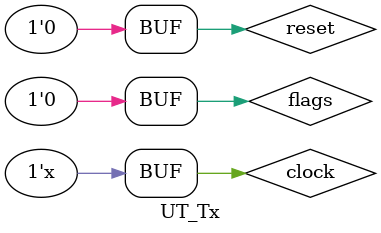
<source format=v>
`timescale 1ns / 1ps


module UT_Tx;
    parameter           PERIOD  = 20; // debe dar 50 Mh
    parameter           NB_DATA  = 8; // debe dar 50 Mh

    reg                  [4:0]          count;
    reg                                 flags;
    //______________ TOP _________________________//
    reg [NB_DATA-1:0] din;
    reg               tx_start;
    reg               clock;
    reg               reset;
    
    wire              s_tick;
    wire              read_tx;
    wire              tx_done_tick;
    wire              tx; 
    
    BaudRateGenerator BRG_Tx (
        .clock(clock),  .reset(reset),
        .tick(s_tick)
    );
    
    topTx   topTx (
        .reset(reset),                  .clock(clock),
        .din(din),                      .s_tick(s_tick), 
        .tx_start(tx_start),            .read_tx(read_tx),
        .tx_done_tick(tx_done_tick),    .tx(tx)
    );
    //___________________________________________//
    
    initial
    begin
        din         = 8'b10101011;
        clock       = 0;
        tx_start    = 1;
        flags       = 0;
        count       = 0;
        reset       = 1;
        #PERIOD     reset = 0;
    end
    
    always begin
        #(PERIOD/2) clock = ~clock;
        #(PERIOD/2);
    end
    
    always @(posedge clock) begin
        case (count)
            4'b0000: begin
                count = count + 1;     
            end
            4'b0001: begin
                count = count + 1;     
            end
            4'b0010: begin
                din         = 8'b10101011;
                tx_start    = 0;
                
                case (tx_done_tick) 
                    1'b0: begin
                        count = count;
                    end 
                    1'b1: begin
                        count = count + 1;   
                    end  
                endcase  
            end
            4'b0011: begin   
            end
        
        endcase
    end
    
endmodule

</source>
